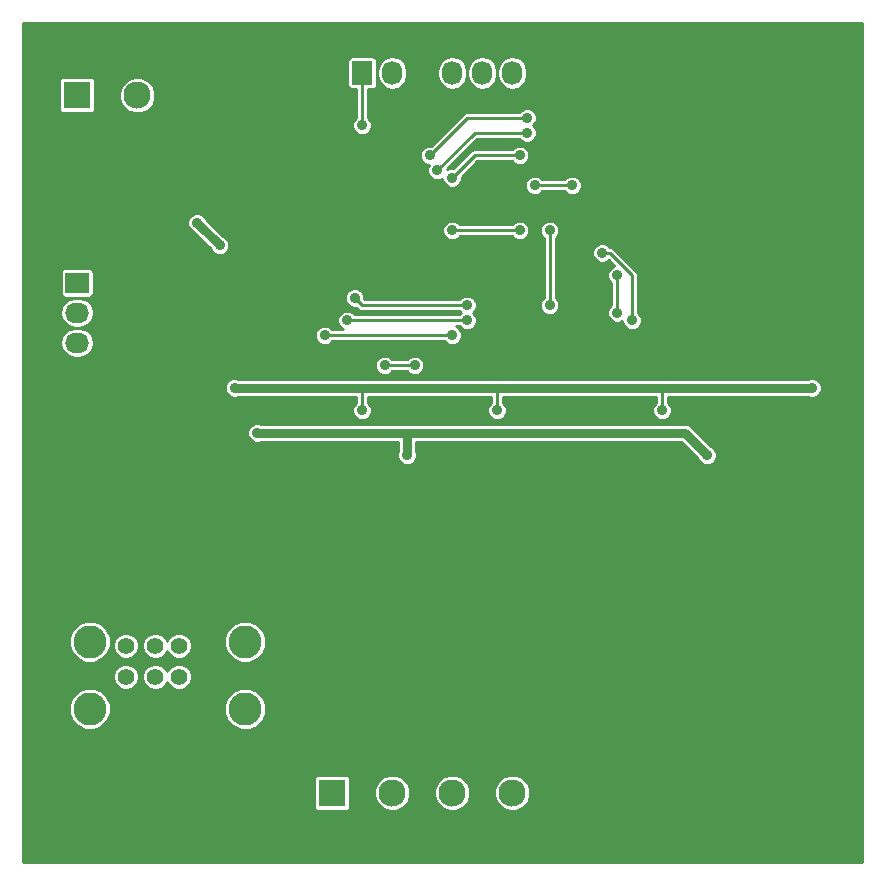
<source format=gbl>
G04 #@! TF.FileFunction,Copper,L2,Bot,Signal*
%FSLAX46Y46*%
G04 Gerber Fmt 4.6, Leading zero omitted, Abs format (unit mm)*
G04 Created by KiCad (PCBNEW (2015-01-16 BZR 5376)-product) date 11/18/2015 9:54:18 PM*
%MOMM*%
G01*
G04 APERTURE LIST*
%ADD10C,0.100000*%
%ADD11R,1.727200X2.032000*%
%ADD12O,1.727200X2.032000*%
%ADD13C,1.420000*%
%ADD14C,2.800000*%
%ADD15R,2.032000X1.727200*%
%ADD16O,2.032000X1.727200*%
%ADD17R,2.300000X2.300000*%
%ADD18C,2.300000*%
%ADD19C,0.889000*%
%ADD20C,0.762000*%
%ADD21C,0.254000*%
G04 APERTURE END LIST*
D10*
D11*
X29210000Y67310000D03*
D12*
X31750000Y67310000D03*
X34290000Y67310000D03*
X36830000Y67310000D03*
X39370000Y67310000D03*
X41910000Y67310000D03*
D13*
X9200000Y18805005D03*
X11700000Y18805005D03*
X13700000Y18805005D03*
X16200000Y18805005D03*
X9200000Y16185005D03*
X11700000Y16185005D03*
X13700000Y16185005D03*
X16200000Y16185005D03*
D14*
X19270000Y13475005D03*
X19270000Y19155005D03*
X6130000Y19155005D03*
X6130000Y13475005D03*
D15*
X5080000Y49530000D03*
D16*
X5080000Y46990000D03*
X5080000Y44450000D03*
D17*
X26670000Y6350000D03*
D18*
X29210000Y6350000D03*
X31750000Y6350000D03*
X34290000Y6350000D03*
X36830000Y6350000D03*
X39370000Y6350000D03*
X41910000Y6350000D03*
X44450000Y6350000D03*
D17*
X5080000Y65405000D03*
D18*
X7620000Y65405000D03*
X10160000Y65405000D03*
X12700000Y65405000D03*
D19*
X18415000Y40640000D03*
X54610000Y38735000D03*
X67310000Y40640000D03*
X40640000Y38735000D03*
X29210000Y38735000D03*
X46990000Y47625000D03*
X43180000Y47625000D03*
X15875000Y50165000D03*
X24765000Y50800000D03*
X69215000Y59690000D03*
X69215000Y57150000D03*
X15875000Y39370000D03*
X32385000Y52705000D03*
X29210000Y52705000D03*
X41910000Y50165000D03*
X38735000Y50165000D03*
X26670000Y58420000D03*
X63500000Y42545000D03*
X52070000Y42545000D03*
X38100000Y42545000D03*
X26670000Y42545000D03*
X50800000Y34290000D03*
X38100000Y34925000D03*
X25400000Y34290000D03*
X63500000Y34925000D03*
X8255000Y53340000D03*
X3175000Y53340000D03*
X28575000Y29845000D03*
X53975000Y29845000D03*
X34290000Y28575000D03*
X59690000Y28575000D03*
X58420000Y34925000D03*
X33020000Y34925000D03*
X15240000Y54610000D03*
X17145000Y52705000D03*
X20320000Y36830000D03*
X29210000Y62865000D03*
X34925000Y60325000D03*
X43180000Y63500000D03*
X35560000Y59055000D03*
X43180000Y62230000D03*
X42545000Y60325000D03*
X36830000Y58420000D03*
X38100000Y46355000D03*
X27940000Y46355000D03*
X38100000Y47625000D03*
X28575000Y48260000D03*
X36830000Y45085000D03*
X26035000Y45085000D03*
X31115000Y42545000D03*
X33655000Y42545000D03*
X36830000Y53975000D03*
X42545000Y53975000D03*
X45085000Y47625000D03*
X45085000Y53975000D03*
X49530000Y52070000D03*
X52070000Y46355000D03*
X43815000Y57785000D03*
X46990000Y57785000D03*
X50800000Y50165000D03*
X50800000Y46990000D03*
D20*
X40640000Y40640000D02*
X54610000Y40640000D01*
X29210000Y40640000D02*
X40640000Y40640000D01*
X18415000Y40640000D02*
X29210000Y40640000D01*
D21*
X54610000Y40640000D02*
X54610000Y38735000D01*
D20*
X54610000Y40640000D02*
X60960000Y40640000D01*
X60960000Y40640000D02*
X67310000Y40640000D01*
D21*
X40640000Y40640000D02*
X40640000Y38735000D01*
X29210000Y40640000D02*
X29210000Y38735000D01*
D20*
X33020000Y36830000D02*
X56515000Y36830000D01*
X56515000Y36830000D02*
X58420000Y34925000D01*
X33020000Y34925000D02*
X33020000Y36830000D01*
X17145000Y52705000D02*
X15240000Y54610000D01*
X20320000Y36830000D02*
X33020000Y36830000D01*
D21*
X29210000Y62865000D02*
X29210000Y67310000D01*
X34925000Y60325000D02*
X38100000Y63500000D01*
X38100000Y63500000D02*
X43180000Y63500000D01*
X35560000Y59055000D02*
X38735000Y62230000D01*
X38735000Y62230000D02*
X43180000Y62230000D01*
X38735000Y60325000D02*
X42545000Y60325000D01*
X36830000Y58420000D02*
X38735000Y60325000D01*
X38100000Y46355000D02*
X27940000Y46355000D01*
X38100000Y47625000D02*
X29210000Y47625000D01*
X29210000Y47625000D02*
X28575000Y48260000D01*
X36830000Y45085000D02*
X35560000Y45085000D01*
X35560000Y45085000D02*
X26035000Y45085000D01*
X31115000Y42545000D02*
X33655000Y42545000D01*
X36830000Y53975000D02*
X42545000Y53975000D01*
X45085000Y47625000D02*
X45085000Y53975000D01*
X50165000Y52070000D02*
X49530000Y52070000D01*
X52070000Y50165000D02*
X50165000Y52070000D01*
X52070000Y46355000D02*
X52070000Y50165000D01*
X46990000Y57785000D02*
X43815000Y57785000D01*
X50800000Y50165000D02*
X50800000Y46990000D01*
G36*
X71544000Y456000D02*
X68135643Y456000D01*
X68135643Y40803482D01*
X68010233Y41106998D01*
X67778219Y41339417D01*
X67474923Y41465357D01*
X67146518Y41465643D01*
X66992489Y41402000D01*
X60960000Y41402000D01*
X54610000Y41402000D01*
X52895643Y41402000D01*
X52895643Y46518482D01*
X52770233Y46821998D01*
X52578000Y47014566D01*
X52578000Y50165000D01*
X52539331Y50359403D01*
X52429210Y50524210D01*
X50524210Y52429210D01*
X50359403Y52539331D01*
X50195323Y52571969D01*
X49998219Y52769417D01*
X49694923Y52895357D01*
X49366518Y52895643D01*
X49063002Y52770233D01*
X48830583Y52538219D01*
X48704643Y52234923D01*
X48704357Y51906518D01*
X48829767Y51603002D01*
X49061781Y51370583D01*
X49365077Y51244643D01*
X49693482Y51244357D01*
X49996998Y51369767D01*
X50071970Y51444610D01*
X50558268Y50958312D01*
X50333002Y50865233D01*
X50100583Y50633219D01*
X49974643Y50329923D01*
X49974357Y50001518D01*
X50099767Y49698002D01*
X50292000Y49505433D01*
X50292000Y47649303D01*
X50100583Y47458219D01*
X49974643Y47154923D01*
X49974357Y46826518D01*
X50099767Y46523002D01*
X50331781Y46290583D01*
X50635077Y46164643D01*
X50963482Y46164357D01*
X51244434Y46280444D01*
X51244357Y46191518D01*
X51369767Y45888002D01*
X51601781Y45655583D01*
X51905077Y45529643D01*
X52233482Y45529357D01*
X52536998Y45654767D01*
X52769417Y45886781D01*
X52895357Y46190077D01*
X52895643Y46518482D01*
X52895643Y41402000D01*
X47815643Y41402000D01*
X47815643Y57948482D01*
X47690233Y58251998D01*
X47458219Y58484417D01*
X47154923Y58610357D01*
X46826518Y58610643D01*
X46523002Y58485233D01*
X46330433Y58293000D01*
X44474302Y58293000D01*
X44283219Y58484417D01*
X44005643Y58599677D01*
X44005643Y62393482D01*
X43880233Y62696998D01*
X43712434Y62865090D01*
X43879417Y63031781D01*
X44005357Y63335077D01*
X44005643Y63663482D01*
X43880233Y63966998D01*
X43648219Y64199417D01*
X43344923Y64325357D01*
X43154600Y64325522D01*
X43154600Y67130231D01*
X43154600Y67489769D01*
X43059860Y67966057D01*
X42790065Y68369834D01*
X42386288Y68639629D01*
X41910000Y68734369D01*
X41433712Y68639629D01*
X41029935Y68369834D01*
X40760140Y67966057D01*
X40665400Y67489769D01*
X40665400Y67130231D01*
X40760140Y66653943D01*
X41029935Y66250166D01*
X41433712Y65980371D01*
X41910000Y65885631D01*
X42386288Y65980371D01*
X42790065Y66250166D01*
X43059860Y66653943D01*
X43154600Y67130231D01*
X43154600Y64325522D01*
X43016518Y64325643D01*
X42713002Y64200233D01*
X42520433Y64008000D01*
X40614600Y64008000D01*
X40614600Y67130231D01*
X40614600Y67489769D01*
X40519860Y67966057D01*
X40250065Y68369834D01*
X39846288Y68639629D01*
X39370000Y68734369D01*
X38893712Y68639629D01*
X38489935Y68369834D01*
X38220140Y67966057D01*
X38125400Y67489769D01*
X38125400Y67130231D01*
X38220140Y66653943D01*
X38489935Y66250166D01*
X38893712Y65980371D01*
X39370000Y65885631D01*
X39846288Y65980371D01*
X40250065Y66250166D01*
X40519860Y66653943D01*
X40614600Y67130231D01*
X40614600Y64008000D01*
X38100000Y64008000D01*
X38074600Y64002947D01*
X38074600Y67130231D01*
X38074600Y67489769D01*
X37979860Y67966057D01*
X37710065Y68369834D01*
X37306288Y68639629D01*
X36830000Y68734369D01*
X36353712Y68639629D01*
X35949935Y68369834D01*
X35680140Y67966057D01*
X35585400Y67489769D01*
X35585400Y67130231D01*
X35680140Y66653943D01*
X35949935Y66250166D01*
X36353712Y65980371D01*
X36830000Y65885631D01*
X37306288Y65980371D01*
X37710065Y66250166D01*
X37979860Y66653943D01*
X38074600Y67130231D01*
X38074600Y64002947D01*
X37905597Y63969331D01*
X37740790Y63859210D01*
X35031987Y61150408D01*
X34761518Y61150643D01*
X34458002Y61025233D01*
X34225583Y60793219D01*
X34099643Y60489923D01*
X34099357Y60161518D01*
X34224767Y59858002D01*
X34456781Y59625583D01*
X34760077Y59499643D01*
X34850760Y59499565D01*
X34734643Y59219923D01*
X34734357Y58891518D01*
X34859767Y58588002D01*
X35091781Y58355583D01*
X35395077Y58229643D01*
X35723482Y58229357D01*
X36004434Y58345444D01*
X36004357Y58256518D01*
X36129767Y57953002D01*
X36361781Y57720583D01*
X36665077Y57594643D01*
X36993482Y57594357D01*
X37296998Y57719767D01*
X37529417Y57951781D01*
X37655357Y58255077D01*
X37655593Y58527174D01*
X38945420Y59817000D01*
X41885697Y59817000D01*
X42076781Y59625583D01*
X42380077Y59499643D01*
X42708482Y59499357D01*
X43011998Y59624767D01*
X43244417Y59856781D01*
X43370357Y60160077D01*
X43370643Y60488482D01*
X43245233Y60791998D01*
X43013219Y61024417D01*
X42709923Y61150357D01*
X42381518Y61150643D01*
X42078002Y61025233D01*
X41885433Y60833000D01*
X38735000Y60833000D01*
X38540597Y60794331D01*
X38375790Y60684210D01*
X36936987Y59245408D01*
X36666518Y59245643D01*
X36385565Y59129557D01*
X36385593Y59162174D01*
X38945420Y61722000D01*
X42520697Y61722000D01*
X42711781Y61530583D01*
X43015077Y61404643D01*
X43343482Y61404357D01*
X43646998Y61529767D01*
X43879417Y61761781D01*
X44005357Y62065077D01*
X44005643Y62393482D01*
X44005643Y58599677D01*
X43979923Y58610357D01*
X43651518Y58610643D01*
X43348002Y58485233D01*
X43115583Y58253219D01*
X42989643Y57949923D01*
X42989357Y57621518D01*
X43114767Y57318002D01*
X43346781Y57085583D01*
X43650077Y56959643D01*
X43978482Y56959357D01*
X44281998Y57084767D01*
X44474566Y57277000D01*
X46330697Y57277000D01*
X46521781Y57085583D01*
X46825077Y56959643D01*
X47153482Y56959357D01*
X47456998Y57084767D01*
X47689417Y57316781D01*
X47815357Y57620077D01*
X47815643Y57948482D01*
X47815643Y41402000D01*
X45910643Y41402000D01*
X45910643Y47788482D01*
X45785233Y48091998D01*
X45593000Y48284566D01*
X45593000Y53315698D01*
X45784417Y53506781D01*
X45910357Y53810077D01*
X45910643Y54138482D01*
X45785233Y54441998D01*
X45553219Y54674417D01*
X45249923Y54800357D01*
X44921518Y54800643D01*
X44618002Y54675233D01*
X44385583Y54443219D01*
X44259643Y54139923D01*
X44259357Y53811518D01*
X44384767Y53508002D01*
X44577000Y53315433D01*
X44577000Y48284303D01*
X44385583Y48093219D01*
X44259643Y47789923D01*
X44259357Y47461518D01*
X44384767Y47158002D01*
X44616781Y46925583D01*
X44920077Y46799643D01*
X45248482Y46799357D01*
X45551998Y46924767D01*
X45784417Y47156781D01*
X45910357Y47460077D01*
X45910643Y47788482D01*
X45910643Y41402000D01*
X43370643Y41402000D01*
X43370643Y54138482D01*
X43245233Y54441998D01*
X43013219Y54674417D01*
X42709923Y54800357D01*
X42381518Y54800643D01*
X42078002Y54675233D01*
X41885433Y54483000D01*
X37489302Y54483000D01*
X37298219Y54674417D01*
X36994923Y54800357D01*
X36666518Y54800643D01*
X36363002Y54675233D01*
X36130583Y54443219D01*
X36004643Y54139923D01*
X36004357Y53811518D01*
X36129767Y53508002D01*
X36361781Y53275583D01*
X36665077Y53149643D01*
X36993482Y53149357D01*
X37296998Y53274767D01*
X37489566Y53467000D01*
X41885697Y53467000D01*
X42076781Y53275583D01*
X42380077Y53149643D01*
X42708482Y53149357D01*
X43011998Y53274767D01*
X43244417Y53506781D01*
X43370357Y53810077D01*
X43370643Y54138482D01*
X43370643Y41402000D01*
X40640000Y41402000D01*
X38925643Y41402000D01*
X38925643Y46518482D01*
X38800233Y46821998D01*
X38632434Y46990090D01*
X38799417Y47156781D01*
X38925357Y47460077D01*
X38925643Y47788482D01*
X38800233Y48091998D01*
X38568219Y48324417D01*
X38264923Y48450357D01*
X37936518Y48450643D01*
X37633002Y48325233D01*
X37440433Y48133000D01*
X32994600Y48133000D01*
X32994600Y67130231D01*
X32994600Y67489769D01*
X32899860Y67966057D01*
X32630065Y68369834D01*
X32226288Y68639629D01*
X31750000Y68734369D01*
X31273712Y68639629D01*
X30869935Y68369834D01*
X30600140Y67966057D01*
X30505400Y67489769D01*
X30505400Y67130231D01*
X30600140Y66653943D01*
X30869935Y66250166D01*
X31273712Y65980371D01*
X31750000Y65885631D01*
X32226288Y65980371D01*
X32630065Y66250166D01*
X32899860Y66653943D01*
X32994600Y67130231D01*
X32994600Y48133000D01*
X30462064Y48133000D01*
X30462064Y66294000D01*
X30462064Y68326000D01*
X30433878Y68471274D01*
X30350004Y68598956D01*
X30223384Y68684426D01*
X30073600Y68714464D01*
X28346400Y68714464D01*
X28201126Y68686278D01*
X28073444Y68602404D01*
X27987974Y68475784D01*
X27957936Y68326000D01*
X27957936Y66294000D01*
X27986122Y66148726D01*
X28069996Y66021044D01*
X28196616Y65935574D01*
X28346400Y65905536D01*
X28702000Y65905536D01*
X28702000Y63524303D01*
X28510583Y63333219D01*
X28384643Y63029923D01*
X28384357Y62701518D01*
X28509767Y62398002D01*
X28741781Y62165583D01*
X29045077Y62039643D01*
X29373482Y62039357D01*
X29676998Y62164767D01*
X29909417Y62396781D01*
X30035357Y62700077D01*
X30035643Y63028482D01*
X29910233Y63331998D01*
X29718000Y63524566D01*
X29718000Y65905536D01*
X30073600Y65905536D01*
X30218874Y65933722D01*
X30346556Y66017596D01*
X30432026Y66144216D01*
X30462064Y66294000D01*
X30462064Y48133000D01*
X29420420Y48133000D01*
X29400407Y48153014D01*
X29400643Y48423482D01*
X29275233Y48726998D01*
X29043219Y48959417D01*
X28739923Y49085357D01*
X28411518Y49085643D01*
X28108002Y48960233D01*
X27875583Y48728219D01*
X27749643Y48424923D01*
X27749357Y48096518D01*
X27874767Y47793002D01*
X28106781Y47560583D01*
X28410077Y47434643D01*
X28682173Y47434407D01*
X28850790Y47265789D01*
X29015597Y47155669D01*
X29210000Y47117000D01*
X37440697Y47117000D01*
X37567565Y46989911D01*
X37440433Y46863000D01*
X28599302Y46863000D01*
X28408219Y47054417D01*
X28104923Y47180357D01*
X27776518Y47180643D01*
X27473002Y47055233D01*
X27240583Y46823219D01*
X27114643Y46519923D01*
X27114357Y46191518D01*
X27239767Y45888002D01*
X27471781Y45655583D01*
X27622497Y45593000D01*
X26694302Y45593000D01*
X26503219Y45784417D01*
X26199923Y45910357D01*
X25871518Y45910643D01*
X25568002Y45785233D01*
X25335583Y45553219D01*
X25209643Y45249923D01*
X25209357Y44921518D01*
X25334767Y44618002D01*
X25566781Y44385583D01*
X25870077Y44259643D01*
X26198482Y44259357D01*
X26501998Y44384767D01*
X26694566Y44577000D01*
X35560000Y44577000D01*
X36170697Y44577000D01*
X36361781Y44385583D01*
X36665077Y44259643D01*
X36993482Y44259357D01*
X37296998Y44384767D01*
X37529417Y44616781D01*
X37655357Y44920077D01*
X37655643Y45248482D01*
X37530233Y45551998D01*
X37298219Y45784417D01*
X37147502Y45847000D01*
X37440697Y45847000D01*
X37631781Y45655583D01*
X37935077Y45529643D01*
X38263482Y45529357D01*
X38566998Y45654767D01*
X38799417Y45886781D01*
X38925357Y46190077D01*
X38925643Y46518482D01*
X38925643Y41402000D01*
X34480643Y41402000D01*
X34480643Y42708482D01*
X34355233Y43011998D01*
X34123219Y43244417D01*
X33819923Y43370357D01*
X33491518Y43370643D01*
X33188002Y43245233D01*
X32995433Y43053000D01*
X31774302Y43053000D01*
X31583219Y43244417D01*
X31279923Y43370357D01*
X30951518Y43370643D01*
X30648002Y43245233D01*
X30415583Y43013219D01*
X30289643Y42709923D01*
X30289357Y42381518D01*
X30414767Y42078002D01*
X30646781Y41845583D01*
X30950077Y41719643D01*
X31278482Y41719357D01*
X31581998Y41844767D01*
X31774566Y42037000D01*
X32995697Y42037000D01*
X33186781Y41845583D01*
X33490077Y41719643D01*
X33818482Y41719357D01*
X34121998Y41844767D01*
X34354417Y42076781D01*
X34480357Y42380077D01*
X34480643Y42708482D01*
X34480643Y41402000D01*
X29210000Y41402000D01*
X18732502Y41402000D01*
X18579923Y41465357D01*
X18251518Y41465643D01*
X17970643Y41349588D01*
X17970643Y52868482D01*
X17845233Y53171998D01*
X17613219Y53404417D01*
X17459299Y53468331D01*
X16003323Y54924307D01*
X15940233Y55076998D01*
X15708219Y55309417D01*
X15404923Y55435357D01*
X15076518Y55435643D01*
X14773002Y55310233D01*
X14540583Y55078219D01*
X14414643Y54774923D01*
X14414357Y54446518D01*
X14539767Y54143002D01*
X14771781Y53910583D01*
X14925700Y53846670D01*
X16381676Y52390694D01*
X16444767Y52238002D01*
X16676781Y52005583D01*
X16980077Y51879643D01*
X17308482Y51879357D01*
X17611998Y52004767D01*
X17844417Y52236781D01*
X17970357Y52540077D01*
X17970643Y52868482D01*
X17970643Y41349588D01*
X17948002Y41340233D01*
X17715583Y41108219D01*
X17589643Y40804923D01*
X17589357Y40476518D01*
X17714767Y40173002D01*
X17946781Y39940583D01*
X18250077Y39814643D01*
X18578482Y39814357D01*
X18732510Y39878000D01*
X28702000Y39878000D01*
X28702000Y39394303D01*
X28510583Y39203219D01*
X28384643Y38899923D01*
X28384357Y38571518D01*
X28509767Y38268002D01*
X28741781Y38035583D01*
X29045077Y37909643D01*
X29373482Y37909357D01*
X29676998Y38034767D01*
X29909417Y38266781D01*
X30035357Y38570077D01*
X30035643Y38898482D01*
X29910233Y39201998D01*
X29718000Y39394566D01*
X29718000Y39878000D01*
X40132000Y39878000D01*
X40132000Y39394303D01*
X39940583Y39203219D01*
X39814643Y38899923D01*
X39814357Y38571518D01*
X39939767Y38268002D01*
X40171781Y38035583D01*
X40475077Y37909643D01*
X40803482Y37909357D01*
X41106998Y38034767D01*
X41339417Y38266781D01*
X41465357Y38570077D01*
X41465643Y38898482D01*
X41340233Y39201998D01*
X41148000Y39394566D01*
X41148000Y39878000D01*
X54102000Y39878000D01*
X54102000Y39394303D01*
X53910583Y39203219D01*
X53784643Y38899923D01*
X53784357Y38571518D01*
X53909767Y38268002D01*
X54141781Y38035583D01*
X54445077Y37909643D01*
X54773482Y37909357D01*
X55076998Y38034767D01*
X55309417Y38266781D01*
X55435357Y38570077D01*
X55435643Y38898482D01*
X55310233Y39201998D01*
X55118000Y39394566D01*
X55118000Y39878000D01*
X60960000Y39878000D01*
X66992497Y39878000D01*
X67145077Y39814643D01*
X67473482Y39814357D01*
X67776998Y39939767D01*
X68009417Y40171781D01*
X68135357Y40475077D01*
X68135643Y40803482D01*
X68135643Y456000D01*
X59245643Y456000D01*
X59245643Y35088482D01*
X59120233Y35391998D01*
X58888219Y35624417D01*
X58734299Y35688331D01*
X57053815Y37368815D01*
X56806605Y37533996D01*
X56515000Y37592000D01*
X33020000Y37592000D01*
X20637502Y37592000D01*
X20484923Y37655357D01*
X20156518Y37655643D01*
X19853002Y37530233D01*
X19620583Y37298219D01*
X19494643Y36994923D01*
X19494357Y36666518D01*
X19619767Y36363002D01*
X19851781Y36130583D01*
X20155077Y36004643D01*
X20483482Y36004357D01*
X20637510Y36068000D01*
X32258000Y36068000D01*
X32258000Y35242503D01*
X32194643Y35089923D01*
X32194357Y34761518D01*
X32319767Y34458002D01*
X32551781Y34225583D01*
X32855077Y34099643D01*
X33183482Y34099357D01*
X33486998Y34224767D01*
X33719417Y34456781D01*
X33845357Y34760077D01*
X33845643Y35088482D01*
X33782000Y35242510D01*
X33782000Y36068000D01*
X56199370Y36068000D01*
X57656676Y34610694D01*
X57719767Y34458002D01*
X57951781Y34225583D01*
X58255077Y34099643D01*
X58583482Y34099357D01*
X58886998Y34224767D01*
X59119417Y34456781D01*
X59245357Y34760077D01*
X59245643Y35088482D01*
X59245643Y456000D01*
X43441265Y456000D01*
X43441265Y6653199D01*
X43208675Y7216109D01*
X42778374Y7647162D01*
X42215871Y7880734D01*
X41606801Y7881265D01*
X41043891Y7648675D01*
X40612838Y7218374D01*
X40379266Y6655871D01*
X40378735Y6046801D01*
X40611325Y5483891D01*
X41041626Y5052838D01*
X41604129Y4819266D01*
X42213199Y4818735D01*
X42776109Y5051325D01*
X43207162Y5481626D01*
X43440734Y6044129D01*
X43441265Y6653199D01*
X43441265Y456000D01*
X38361265Y456000D01*
X38361265Y6653199D01*
X38128675Y7216109D01*
X37698374Y7647162D01*
X37135871Y7880734D01*
X36526801Y7881265D01*
X35963891Y7648675D01*
X35532838Y7218374D01*
X35299266Y6655871D01*
X35298735Y6046801D01*
X35531325Y5483891D01*
X35961626Y5052838D01*
X36524129Y4819266D01*
X37133199Y4818735D01*
X37696109Y5051325D01*
X38127162Y5481626D01*
X38360734Y6044129D01*
X38361265Y6653199D01*
X38361265Y456000D01*
X33281265Y456000D01*
X33281265Y6653199D01*
X33048675Y7216109D01*
X32618374Y7647162D01*
X32055871Y7880734D01*
X31446801Y7881265D01*
X30883891Y7648675D01*
X30452838Y7218374D01*
X30219266Y6655871D01*
X30218735Y6046801D01*
X30451325Y5483891D01*
X30881626Y5052838D01*
X31444129Y4819266D01*
X32053199Y4818735D01*
X32616109Y5051325D01*
X33047162Y5481626D01*
X33280734Y6044129D01*
X33281265Y6653199D01*
X33281265Y456000D01*
X28208464Y456000D01*
X28208464Y5200000D01*
X28208464Y7500000D01*
X28180278Y7645274D01*
X28096404Y7772956D01*
X27969784Y7858426D01*
X27820000Y7888464D01*
X25520000Y7888464D01*
X25374726Y7860278D01*
X25247044Y7776404D01*
X25161574Y7649784D01*
X25131536Y7500000D01*
X25131536Y5200000D01*
X25159722Y5054726D01*
X25243596Y4927044D01*
X25370216Y4841574D01*
X25520000Y4811536D01*
X27820000Y4811536D01*
X27965274Y4839722D01*
X28092956Y4923596D01*
X28178426Y5050216D01*
X28208464Y5200000D01*
X28208464Y456000D01*
X21051309Y456000D01*
X21051309Y13827714D01*
X21051309Y19507714D01*
X20780739Y20162543D01*
X20280173Y20663983D01*
X19625817Y20935695D01*
X18917291Y20936314D01*
X18262462Y20665744D01*
X17761022Y20165178D01*
X17489310Y19510822D01*
X17488691Y18802296D01*
X17759261Y18147467D01*
X18259827Y17646027D01*
X18914183Y17374315D01*
X19622709Y17373696D01*
X20277538Y17644266D01*
X20778978Y18144832D01*
X21050690Y18799188D01*
X21051309Y19507714D01*
X21051309Y13827714D01*
X20780739Y14482543D01*
X20280173Y14983983D01*
X19625817Y15255695D01*
X18917291Y15256314D01*
X18262462Y14985744D01*
X17761022Y14485178D01*
X17489310Y13830822D01*
X17488691Y13122296D01*
X17759261Y12467467D01*
X18259827Y11966027D01*
X18914183Y11694315D01*
X19622709Y11693696D01*
X20277538Y11964266D01*
X20778978Y12464832D01*
X21050690Y13119188D01*
X21051309Y13827714D01*
X21051309Y456000D01*
X14791189Y456000D01*
X14791189Y16401066D01*
X14791189Y19021066D01*
X14625444Y19422200D01*
X14318809Y19729371D01*
X13917965Y19895815D01*
X13483939Y19896194D01*
X13082805Y19730449D01*
X12775634Y19423814D01*
X12700019Y19241714D01*
X12625444Y19422200D01*
X12318809Y19729371D01*
X11917965Y19895815D01*
X11691265Y19896012D01*
X11691265Y65708199D01*
X11458675Y66271109D01*
X11028374Y66702162D01*
X10465871Y66935734D01*
X9856801Y66936265D01*
X9293891Y66703675D01*
X8862838Y66273374D01*
X8629266Y65710871D01*
X8628735Y65101801D01*
X8861325Y64538891D01*
X9291626Y64107838D01*
X9854129Y63874266D01*
X10463199Y63873735D01*
X11026109Y64106325D01*
X11457162Y64536626D01*
X11690734Y65099129D01*
X11691265Y65708199D01*
X11691265Y19896012D01*
X11483939Y19896194D01*
X11082805Y19730449D01*
X10775634Y19423814D01*
X10609190Y19022970D01*
X10608811Y18588944D01*
X10774556Y18187810D01*
X11081191Y17880639D01*
X11482035Y17714195D01*
X11916061Y17713816D01*
X12317195Y17879561D01*
X12624366Y18186196D01*
X12699980Y18368297D01*
X12774556Y18187810D01*
X13081191Y17880639D01*
X13482035Y17714195D01*
X13916061Y17713816D01*
X14317195Y17879561D01*
X14624366Y18186196D01*
X14790810Y18587040D01*
X14791189Y19021066D01*
X14791189Y16401066D01*
X14625444Y16802200D01*
X14318809Y17109371D01*
X13917965Y17275815D01*
X13483939Y17276194D01*
X13082805Y17110449D01*
X12775634Y16803814D01*
X12700019Y16621714D01*
X12625444Y16802200D01*
X12318809Y17109371D01*
X11917965Y17275815D01*
X11483939Y17276194D01*
X11082805Y17110449D01*
X10775634Y16803814D01*
X10609190Y16402970D01*
X10608811Y15968944D01*
X10774556Y15567810D01*
X11081191Y15260639D01*
X11482035Y15094195D01*
X11916061Y15093816D01*
X12317195Y15259561D01*
X12624366Y15566196D01*
X12699980Y15748297D01*
X12774556Y15567810D01*
X13081191Y15260639D01*
X13482035Y15094195D01*
X13916061Y15093816D01*
X14317195Y15259561D01*
X14624366Y15566196D01*
X14790810Y15967040D01*
X14791189Y16401066D01*
X14791189Y456000D01*
X10291189Y456000D01*
X10291189Y16401066D01*
X10291189Y19021066D01*
X10125444Y19422200D01*
X9818809Y19729371D01*
X9417965Y19895815D01*
X8983939Y19896194D01*
X8582805Y19730449D01*
X8275634Y19423814D01*
X8109190Y19022970D01*
X8108811Y18588944D01*
X8274556Y18187810D01*
X8581191Y17880639D01*
X8982035Y17714195D01*
X9416061Y17713816D01*
X9817195Y17879561D01*
X10124366Y18186196D01*
X10290810Y18587040D01*
X10291189Y19021066D01*
X10291189Y16401066D01*
X10125444Y16802200D01*
X9818809Y17109371D01*
X9417965Y17275815D01*
X8983939Y17276194D01*
X8582805Y17110449D01*
X8275634Y16803814D01*
X8109190Y16402970D01*
X8108811Y15968944D01*
X8274556Y15567810D01*
X8581191Y15260639D01*
X8982035Y15094195D01*
X9416061Y15093816D01*
X9817195Y15259561D01*
X10124366Y15566196D01*
X10290810Y15967040D01*
X10291189Y16401066D01*
X10291189Y456000D01*
X7911309Y456000D01*
X7911309Y13827714D01*
X7911309Y19507714D01*
X7640739Y20162543D01*
X7140173Y20663983D01*
X6618464Y20880615D01*
X6618464Y64255000D01*
X6618464Y66555000D01*
X6590278Y66700274D01*
X6506404Y66827956D01*
X6379784Y66913426D01*
X6230000Y66943464D01*
X3930000Y66943464D01*
X3784726Y66915278D01*
X3657044Y66831404D01*
X3571574Y66704784D01*
X3541536Y66555000D01*
X3541536Y64255000D01*
X3569722Y64109726D01*
X3653596Y63982044D01*
X3780216Y63896574D01*
X3930000Y63866536D01*
X6230000Y63866536D01*
X6375274Y63894722D01*
X6502956Y63978596D01*
X6588426Y64105216D01*
X6618464Y64255000D01*
X6618464Y20880615D01*
X6504369Y20927991D01*
X6504369Y44450000D01*
X6504369Y46990000D01*
X6484464Y47090068D01*
X6484464Y48666400D01*
X6484464Y50393600D01*
X6456278Y50538874D01*
X6372404Y50666556D01*
X6245784Y50752026D01*
X6096000Y50782064D01*
X4064000Y50782064D01*
X3918726Y50753878D01*
X3791044Y50670004D01*
X3705574Y50543384D01*
X3675536Y50393600D01*
X3675536Y48666400D01*
X3703722Y48521126D01*
X3787596Y48393444D01*
X3914216Y48307974D01*
X4064000Y48277936D01*
X6096000Y48277936D01*
X6241274Y48306122D01*
X6368956Y48389996D01*
X6454426Y48516616D01*
X6484464Y48666400D01*
X6484464Y47090068D01*
X6409629Y47466288D01*
X6139834Y47870065D01*
X5736057Y48139860D01*
X5259769Y48234600D01*
X4900231Y48234600D01*
X4423943Y48139860D01*
X4020166Y47870065D01*
X3750371Y47466288D01*
X3655631Y46990000D01*
X3750371Y46513712D01*
X4020166Y46109935D01*
X4423943Y45840140D01*
X4900231Y45745400D01*
X5259769Y45745400D01*
X5736057Y45840140D01*
X6139834Y46109935D01*
X6409629Y46513712D01*
X6504369Y46990000D01*
X6504369Y44450000D01*
X6409629Y44926288D01*
X6139834Y45330065D01*
X5736057Y45599860D01*
X5259769Y45694600D01*
X4900231Y45694600D01*
X4423943Y45599860D01*
X4020166Y45330065D01*
X3750371Y44926288D01*
X3655631Y44450000D01*
X3750371Y43973712D01*
X4020166Y43569935D01*
X4423943Y43300140D01*
X4900231Y43205400D01*
X5259769Y43205400D01*
X5736057Y43300140D01*
X6139834Y43569935D01*
X6409629Y43973712D01*
X6504369Y44450000D01*
X6504369Y20927991D01*
X6485817Y20935695D01*
X5777291Y20936314D01*
X5122462Y20665744D01*
X4621022Y20165178D01*
X4349310Y19510822D01*
X4348691Y18802296D01*
X4619261Y18147467D01*
X5119827Y17646027D01*
X5774183Y17374315D01*
X6482709Y17373696D01*
X7137538Y17644266D01*
X7638978Y18144832D01*
X7910690Y18799188D01*
X7911309Y19507714D01*
X7911309Y13827714D01*
X7640739Y14482543D01*
X7140173Y14983983D01*
X6485817Y15255695D01*
X5777291Y15256314D01*
X5122462Y14985744D01*
X4621022Y14485178D01*
X4349310Y13830822D01*
X4348691Y13122296D01*
X4619261Y12467467D01*
X5119827Y11966027D01*
X5774183Y11694315D01*
X6482709Y11693696D01*
X7137538Y11964266D01*
X7638978Y12464832D01*
X7910690Y13119188D01*
X7911309Y13827714D01*
X7911309Y456000D01*
X456000Y456000D01*
X456000Y71544000D01*
X71544000Y71544000D01*
X71544000Y456000D01*
X71544000Y456000D01*
G37*
X71544000Y456000D02*
X68135643Y456000D01*
X68135643Y40803482D01*
X68010233Y41106998D01*
X67778219Y41339417D01*
X67474923Y41465357D01*
X67146518Y41465643D01*
X66992489Y41402000D01*
X60960000Y41402000D01*
X54610000Y41402000D01*
X52895643Y41402000D01*
X52895643Y46518482D01*
X52770233Y46821998D01*
X52578000Y47014566D01*
X52578000Y50165000D01*
X52539331Y50359403D01*
X52429210Y50524210D01*
X50524210Y52429210D01*
X50359403Y52539331D01*
X50195323Y52571969D01*
X49998219Y52769417D01*
X49694923Y52895357D01*
X49366518Y52895643D01*
X49063002Y52770233D01*
X48830583Y52538219D01*
X48704643Y52234923D01*
X48704357Y51906518D01*
X48829767Y51603002D01*
X49061781Y51370583D01*
X49365077Y51244643D01*
X49693482Y51244357D01*
X49996998Y51369767D01*
X50071970Y51444610D01*
X50558268Y50958312D01*
X50333002Y50865233D01*
X50100583Y50633219D01*
X49974643Y50329923D01*
X49974357Y50001518D01*
X50099767Y49698002D01*
X50292000Y49505433D01*
X50292000Y47649303D01*
X50100583Y47458219D01*
X49974643Y47154923D01*
X49974357Y46826518D01*
X50099767Y46523002D01*
X50331781Y46290583D01*
X50635077Y46164643D01*
X50963482Y46164357D01*
X51244434Y46280444D01*
X51244357Y46191518D01*
X51369767Y45888002D01*
X51601781Y45655583D01*
X51905077Y45529643D01*
X52233482Y45529357D01*
X52536998Y45654767D01*
X52769417Y45886781D01*
X52895357Y46190077D01*
X52895643Y46518482D01*
X52895643Y41402000D01*
X47815643Y41402000D01*
X47815643Y57948482D01*
X47690233Y58251998D01*
X47458219Y58484417D01*
X47154923Y58610357D01*
X46826518Y58610643D01*
X46523002Y58485233D01*
X46330433Y58293000D01*
X44474302Y58293000D01*
X44283219Y58484417D01*
X44005643Y58599677D01*
X44005643Y62393482D01*
X43880233Y62696998D01*
X43712434Y62865090D01*
X43879417Y63031781D01*
X44005357Y63335077D01*
X44005643Y63663482D01*
X43880233Y63966998D01*
X43648219Y64199417D01*
X43344923Y64325357D01*
X43154600Y64325522D01*
X43154600Y67130231D01*
X43154600Y67489769D01*
X43059860Y67966057D01*
X42790065Y68369834D01*
X42386288Y68639629D01*
X41910000Y68734369D01*
X41433712Y68639629D01*
X41029935Y68369834D01*
X40760140Y67966057D01*
X40665400Y67489769D01*
X40665400Y67130231D01*
X40760140Y66653943D01*
X41029935Y66250166D01*
X41433712Y65980371D01*
X41910000Y65885631D01*
X42386288Y65980371D01*
X42790065Y66250166D01*
X43059860Y66653943D01*
X43154600Y67130231D01*
X43154600Y64325522D01*
X43016518Y64325643D01*
X42713002Y64200233D01*
X42520433Y64008000D01*
X40614600Y64008000D01*
X40614600Y67130231D01*
X40614600Y67489769D01*
X40519860Y67966057D01*
X40250065Y68369834D01*
X39846288Y68639629D01*
X39370000Y68734369D01*
X38893712Y68639629D01*
X38489935Y68369834D01*
X38220140Y67966057D01*
X38125400Y67489769D01*
X38125400Y67130231D01*
X38220140Y66653943D01*
X38489935Y66250166D01*
X38893712Y65980371D01*
X39370000Y65885631D01*
X39846288Y65980371D01*
X40250065Y66250166D01*
X40519860Y66653943D01*
X40614600Y67130231D01*
X40614600Y64008000D01*
X38100000Y64008000D01*
X38074600Y64002947D01*
X38074600Y67130231D01*
X38074600Y67489769D01*
X37979860Y67966057D01*
X37710065Y68369834D01*
X37306288Y68639629D01*
X36830000Y68734369D01*
X36353712Y68639629D01*
X35949935Y68369834D01*
X35680140Y67966057D01*
X35585400Y67489769D01*
X35585400Y67130231D01*
X35680140Y66653943D01*
X35949935Y66250166D01*
X36353712Y65980371D01*
X36830000Y65885631D01*
X37306288Y65980371D01*
X37710065Y66250166D01*
X37979860Y66653943D01*
X38074600Y67130231D01*
X38074600Y64002947D01*
X37905597Y63969331D01*
X37740790Y63859210D01*
X35031987Y61150408D01*
X34761518Y61150643D01*
X34458002Y61025233D01*
X34225583Y60793219D01*
X34099643Y60489923D01*
X34099357Y60161518D01*
X34224767Y59858002D01*
X34456781Y59625583D01*
X34760077Y59499643D01*
X34850760Y59499565D01*
X34734643Y59219923D01*
X34734357Y58891518D01*
X34859767Y58588002D01*
X35091781Y58355583D01*
X35395077Y58229643D01*
X35723482Y58229357D01*
X36004434Y58345444D01*
X36004357Y58256518D01*
X36129767Y57953002D01*
X36361781Y57720583D01*
X36665077Y57594643D01*
X36993482Y57594357D01*
X37296998Y57719767D01*
X37529417Y57951781D01*
X37655357Y58255077D01*
X37655593Y58527174D01*
X38945420Y59817000D01*
X41885697Y59817000D01*
X42076781Y59625583D01*
X42380077Y59499643D01*
X42708482Y59499357D01*
X43011998Y59624767D01*
X43244417Y59856781D01*
X43370357Y60160077D01*
X43370643Y60488482D01*
X43245233Y60791998D01*
X43013219Y61024417D01*
X42709923Y61150357D01*
X42381518Y61150643D01*
X42078002Y61025233D01*
X41885433Y60833000D01*
X38735000Y60833000D01*
X38540597Y60794331D01*
X38375790Y60684210D01*
X36936987Y59245408D01*
X36666518Y59245643D01*
X36385565Y59129557D01*
X36385593Y59162174D01*
X38945420Y61722000D01*
X42520697Y61722000D01*
X42711781Y61530583D01*
X43015077Y61404643D01*
X43343482Y61404357D01*
X43646998Y61529767D01*
X43879417Y61761781D01*
X44005357Y62065077D01*
X44005643Y62393482D01*
X44005643Y58599677D01*
X43979923Y58610357D01*
X43651518Y58610643D01*
X43348002Y58485233D01*
X43115583Y58253219D01*
X42989643Y57949923D01*
X42989357Y57621518D01*
X43114767Y57318002D01*
X43346781Y57085583D01*
X43650077Y56959643D01*
X43978482Y56959357D01*
X44281998Y57084767D01*
X44474566Y57277000D01*
X46330697Y57277000D01*
X46521781Y57085583D01*
X46825077Y56959643D01*
X47153482Y56959357D01*
X47456998Y57084767D01*
X47689417Y57316781D01*
X47815357Y57620077D01*
X47815643Y57948482D01*
X47815643Y41402000D01*
X45910643Y41402000D01*
X45910643Y47788482D01*
X45785233Y48091998D01*
X45593000Y48284566D01*
X45593000Y53315698D01*
X45784417Y53506781D01*
X45910357Y53810077D01*
X45910643Y54138482D01*
X45785233Y54441998D01*
X45553219Y54674417D01*
X45249923Y54800357D01*
X44921518Y54800643D01*
X44618002Y54675233D01*
X44385583Y54443219D01*
X44259643Y54139923D01*
X44259357Y53811518D01*
X44384767Y53508002D01*
X44577000Y53315433D01*
X44577000Y48284303D01*
X44385583Y48093219D01*
X44259643Y47789923D01*
X44259357Y47461518D01*
X44384767Y47158002D01*
X44616781Y46925583D01*
X44920077Y46799643D01*
X45248482Y46799357D01*
X45551998Y46924767D01*
X45784417Y47156781D01*
X45910357Y47460077D01*
X45910643Y47788482D01*
X45910643Y41402000D01*
X43370643Y41402000D01*
X43370643Y54138482D01*
X43245233Y54441998D01*
X43013219Y54674417D01*
X42709923Y54800357D01*
X42381518Y54800643D01*
X42078002Y54675233D01*
X41885433Y54483000D01*
X37489302Y54483000D01*
X37298219Y54674417D01*
X36994923Y54800357D01*
X36666518Y54800643D01*
X36363002Y54675233D01*
X36130583Y54443219D01*
X36004643Y54139923D01*
X36004357Y53811518D01*
X36129767Y53508002D01*
X36361781Y53275583D01*
X36665077Y53149643D01*
X36993482Y53149357D01*
X37296998Y53274767D01*
X37489566Y53467000D01*
X41885697Y53467000D01*
X42076781Y53275583D01*
X42380077Y53149643D01*
X42708482Y53149357D01*
X43011998Y53274767D01*
X43244417Y53506781D01*
X43370357Y53810077D01*
X43370643Y54138482D01*
X43370643Y41402000D01*
X40640000Y41402000D01*
X38925643Y41402000D01*
X38925643Y46518482D01*
X38800233Y46821998D01*
X38632434Y46990090D01*
X38799417Y47156781D01*
X38925357Y47460077D01*
X38925643Y47788482D01*
X38800233Y48091998D01*
X38568219Y48324417D01*
X38264923Y48450357D01*
X37936518Y48450643D01*
X37633002Y48325233D01*
X37440433Y48133000D01*
X32994600Y48133000D01*
X32994600Y67130231D01*
X32994600Y67489769D01*
X32899860Y67966057D01*
X32630065Y68369834D01*
X32226288Y68639629D01*
X31750000Y68734369D01*
X31273712Y68639629D01*
X30869935Y68369834D01*
X30600140Y67966057D01*
X30505400Y67489769D01*
X30505400Y67130231D01*
X30600140Y66653943D01*
X30869935Y66250166D01*
X31273712Y65980371D01*
X31750000Y65885631D01*
X32226288Y65980371D01*
X32630065Y66250166D01*
X32899860Y66653943D01*
X32994600Y67130231D01*
X32994600Y48133000D01*
X30462064Y48133000D01*
X30462064Y66294000D01*
X30462064Y68326000D01*
X30433878Y68471274D01*
X30350004Y68598956D01*
X30223384Y68684426D01*
X30073600Y68714464D01*
X28346400Y68714464D01*
X28201126Y68686278D01*
X28073444Y68602404D01*
X27987974Y68475784D01*
X27957936Y68326000D01*
X27957936Y66294000D01*
X27986122Y66148726D01*
X28069996Y66021044D01*
X28196616Y65935574D01*
X28346400Y65905536D01*
X28702000Y65905536D01*
X28702000Y63524303D01*
X28510583Y63333219D01*
X28384643Y63029923D01*
X28384357Y62701518D01*
X28509767Y62398002D01*
X28741781Y62165583D01*
X29045077Y62039643D01*
X29373482Y62039357D01*
X29676998Y62164767D01*
X29909417Y62396781D01*
X30035357Y62700077D01*
X30035643Y63028482D01*
X29910233Y63331998D01*
X29718000Y63524566D01*
X29718000Y65905536D01*
X30073600Y65905536D01*
X30218874Y65933722D01*
X30346556Y66017596D01*
X30432026Y66144216D01*
X30462064Y66294000D01*
X30462064Y48133000D01*
X29420420Y48133000D01*
X29400407Y48153014D01*
X29400643Y48423482D01*
X29275233Y48726998D01*
X29043219Y48959417D01*
X28739923Y49085357D01*
X28411518Y49085643D01*
X28108002Y48960233D01*
X27875583Y48728219D01*
X27749643Y48424923D01*
X27749357Y48096518D01*
X27874767Y47793002D01*
X28106781Y47560583D01*
X28410077Y47434643D01*
X28682173Y47434407D01*
X28850790Y47265789D01*
X29015597Y47155669D01*
X29210000Y47117000D01*
X37440697Y47117000D01*
X37567565Y46989911D01*
X37440433Y46863000D01*
X28599302Y46863000D01*
X28408219Y47054417D01*
X28104923Y47180357D01*
X27776518Y47180643D01*
X27473002Y47055233D01*
X27240583Y46823219D01*
X27114643Y46519923D01*
X27114357Y46191518D01*
X27239767Y45888002D01*
X27471781Y45655583D01*
X27622497Y45593000D01*
X26694302Y45593000D01*
X26503219Y45784417D01*
X26199923Y45910357D01*
X25871518Y45910643D01*
X25568002Y45785233D01*
X25335583Y45553219D01*
X25209643Y45249923D01*
X25209357Y44921518D01*
X25334767Y44618002D01*
X25566781Y44385583D01*
X25870077Y44259643D01*
X26198482Y44259357D01*
X26501998Y44384767D01*
X26694566Y44577000D01*
X35560000Y44577000D01*
X36170697Y44577000D01*
X36361781Y44385583D01*
X36665077Y44259643D01*
X36993482Y44259357D01*
X37296998Y44384767D01*
X37529417Y44616781D01*
X37655357Y44920077D01*
X37655643Y45248482D01*
X37530233Y45551998D01*
X37298219Y45784417D01*
X37147502Y45847000D01*
X37440697Y45847000D01*
X37631781Y45655583D01*
X37935077Y45529643D01*
X38263482Y45529357D01*
X38566998Y45654767D01*
X38799417Y45886781D01*
X38925357Y46190077D01*
X38925643Y46518482D01*
X38925643Y41402000D01*
X34480643Y41402000D01*
X34480643Y42708482D01*
X34355233Y43011998D01*
X34123219Y43244417D01*
X33819923Y43370357D01*
X33491518Y43370643D01*
X33188002Y43245233D01*
X32995433Y43053000D01*
X31774302Y43053000D01*
X31583219Y43244417D01*
X31279923Y43370357D01*
X30951518Y43370643D01*
X30648002Y43245233D01*
X30415583Y43013219D01*
X30289643Y42709923D01*
X30289357Y42381518D01*
X30414767Y42078002D01*
X30646781Y41845583D01*
X30950077Y41719643D01*
X31278482Y41719357D01*
X31581998Y41844767D01*
X31774566Y42037000D01*
X32995697Y42037000D01*
X33186781Y41845583D01*
X33490077Y41719643D01*
X33818482Y41719357D01*
X34121998Y41844767D01*
X34354417Y42076781D01*
X34480357Y42380077D01*
X34480643Y42708482D01*
X34480643Y41402000D01*
X29210000Y41402000D01*
X18732502Y41402000D01*
X18579923Y41465357D01*
X18251518Y41465643D01*
X17970643Y41349588D01*
X17970643Y52868482D01*
X17845233Y53171998D01*
X17613219Y53404417D01*
X17459299Y53468331D01*
X16003323Y54924307D01*
X15940233Y55076998D01*
X15708219Y55309417D01*
X15404923Y55435357D01*
X15076518Y55435643D01*
X14773002Y55310233D01*
X14540583Y55078219D01*
X14414643Y54774923D01*
X14414357Y54446518D01*
X14539767Y54143002D01*
X14771781Y53910583D01*
X14925700Y53846670D01*
X16381676Y52390694D01*
X16444767Y52238002D01*
X16676781Y52005583D01*
X16980077Y51879643D01*
X17308482Y51879357D01*
X17611998Y52004767D01*
X17844417Y52236781D01*
X17970357Y52540077D01*
X17970643Y52868482D01*
X17970643Y41349588D01*
X17948002Y41340233D01*
X17715583Y41108219D01*
X17589643Y40804923D01*
X17589357Y40476518D01*
X17714767Y40173002D01*
X17946781Y39940583D01*
X18250077Y39814643D01*
X18578482Y39814357D01*
X18732510Y39878000D01*
X28702000Y39878000D01*
X28702000Y39394303D01*
X28510583Y39203219D01*
X28384643Y38899923D01*
X28384357Y38571518D01*
X28509767Y38268002D01*
X28741781Y38035583D01*
X29045077Y37909643D01*
X29373482Y37909357D01*
X29676998Y38034767D01*
X29909417Y38266781D01*
X30035357Y38570077D01*
X30035643Y38898482D01*
X29910233Y39201998D01*
X29718000Y39394566D01*
X29718000Y39878000D01*
X40132000Y39878000D01*
X40132000Y39394303D01*
X39940583Y39203219D01*
X39814643Y38899923D01*
X39814357Y38571518D01*
X39939767Y38268002D01*
X40171781Y38035583D01*
X40475077Y37909643D01*
X40803482Y37909357D01*
X41106998Y38034767D01*
X41339417Y38266781D01*
X41465357Y38570077D01*
X41465643Y38898482D01*
X41340233Y39201998D01*
X41148000Y39394566D01*
X41148000Y39878000D01*
X54102000Y39878000D01*
X54102000Y39394303D01*
X53910583Y39203219D01*
X53784643Y38899923D01*
X53784357Y38571518D01*
X53909767Y38268002D01*
X54141781Y38035583D01*
X54445077Y37909643D01*
X54773482Y37909357D01*
X55076998Y38034767D01*
X55309417Y38266781D01*
X55435357Y38570077D01*
X55435643Y38898482D01*
X55310233Y39201998D01*
X55118000Y39394566D01*
X55118000Y39878000D01*
X60960000Y39878000D01*
X66992497Y39878000D01*
X67145077Y39814643D01*
X67473482Y39814357D01*
X67776998Y39939767D01*
X68009417Y40171781D01*
X68135357Y40475077D01*
X68135643Y40803482D01*
X68135643Y456000D01*
X59245643Y456000D01*
X59245643Y35088482D01*
X59120233Y35391998D01*
X58888219Y35624417D01*
X58734299Y35688331D01*
X57053815Y37368815D01*
X56806605Y37533996D01*
X56515000Y37592000D01*
X33020000Y37592000D01*
X20637502Y37592000D01*
X20484923Y37655357D01*
X20156518Y37655643D01*
X19853002Y37530233D01*
X19620583Y37298219D01*
X19494643Y36994923D01*
X19494357Y36666518D01*
X19619767Y36363002D01*
X19851781Y36130583D01*
X20155077Y36004643D01*
X20483482Y36004357D01*
X20637510Y36068000D01*
X32258000Y36068000D01*
X32258000Y35242503D01*
X32194643Y35089923D01*
X32194357Y34761518D01*
X32319767Y34458002D01*
X32551781Y34225583D01*
X32855077Y34099643D01*
X33183482Y34099357D01*
X33486998Y34224767D01*
X33719417Y34456781D01*
X33845357Y34760077D01*
X33845643Y35088482D01*
X33782000Y35242510D01*
X33782000Y36068000D01*
X56199370Y36068000D01*
X57656676Y34610694D01*
X57719767Y34458002D01*
X57951781Y34225583D01*
X58255077Y34099643D01*
X58583482Y34099357D01*
X58886998Y34224767D01*
X59119417Y34456781D01*
X59245357Y34760077D01*
X59245643Y35088482D01*
X59245643Y456000D01*
X43441265Y456000D01*
X43441265Y6653199D01*
X43208675Y7216109D01*
X42778374Y7647162D01*
X42215871Y7880734D01*
X41606801Y7881265D01*
X41043891Y7648675D01*
X40612838Y7218374D01*
X40379266Y6655871D01*
X40378735Y6046801D01*
X40611325Y5483891D01*
X41041626Y5052838D01*
X41604129Y4819266D01*
X42213199Y4818735D01*
X42776109Y5051325D01*
X43207162Y5481626D01*
X43440734Y6044129D01*
X43441265Y6653199D01*
X43441265Y456000D01*
X38361265Y456000D01*
X38361265Y6653199D01*
X38128675Y7216109D01*
X37698374Y7647162D01*
X37135871Y7880734D01*
X36526801Y7881265D01*
X35963891Y7648675D01*
X35532838Y7218374D01*
X35299266Y6655871D01*
X35298735Y6046801D01*
X35531325Y5483891D01*
X35961626Y5052838D01*
X36524129Y4819266D01*
X37133199Y4818735D01*
X37696109Y5051325D01*
X38127162Y5481626D01*
X38360734Y6044129D01*
X38361265Y6653199D01*
X38361265Y456000D01*
X33281265Y456000D01*
X33281265Y6653199D01*
X33048675Y7216109D01*
X32618374Y7647162D01*
X32055871Y7880734D01*
X31446801Y7881265D01*
X30883891Y7648675D01*
X30452838Y7218374D01*
X30219266Y6655871D01*
X30218735Y6046801D01*
X30451325Y5483891D01*
X30881626Y5052838D01*
X31444129Y4819266D01*
X32053199Y4818735D01*
X32616109Y5051325D01*
X33047162Y5481626D01*
X33280734Y6044129D01*
X33281265Y6653199D01*
X33281265Y456000D01*
X28208464Y456000D01*
X28208464Y5200000D01*
X28208464Y7500000D01*
X28180278Y7645274D01*
X28096404Y7772956D01*
X27969784Y7858426D01*
X27820000Y7888464D01*
X25520000Y7888464D01*
X25374726Y7860278D01*
X25247044Y7776404D01*
X25161574Y7649784D01*
X25131536Y7500000D01*
X25131536Y5200000D01*
X25159722Y5054726D01*
X25243596Y4927044D01*
X25370216Y4841574D01*
X25520000Y4811536D01*
X27820000Y4811536D01*
X27965274Y4839722D01*
X28092956Y4923596D01*
X28178426Y5050216D01*
X28208464Y5200000D01*
X28208464Y456000D01*
X21051309Y456000D01*
X21051309Y13827714D01*
X21051309Y19507714D01*
X20780739Y20162543D01*
X20280173Y20663983D01*
X19625817Y20935695D01*
X18917291Y20936314D01*
X18262462Y20665744D01*
X17761022Y20165178D01*
X17489310Y19510822D01*
X17488691Y18802296D01*
X17759261Y18147467D01*
X18259827Y17646027D01*
X18914183Y17374315D01*
X19622709Y17373696D01*
X20277538Y17644266D01*
X20778978Y18144832D01*
X21050690Y18799188D01*
X21051309Y19507714D01*
X21051309Y13827714D01*
X20780739Y14482543D01*
X20280173Y14983983D01*
X19625817Y15255695D01*
X18917291Y15256314D01*
X18262462Y14985744D01*
X17761022Y14485178D01*
X17489310Y13830822D01*
X17488691Y13122296D01*
X17759261Y12467467D01*
X18259827Y11966027D01*
X18914183Y11694315D01*
X19622709Y11693696D01*
X20277538Y11964266D01*
X20778978Y12464832D01*
X21050690Y13119188D01*
X21051309Y13827714D01*
X21051309Y456000D01*
X14791189Y456000D01*
X14791189Y16401066D01*
X14791189Y19021066D01*
X14625444Y19422200D01*
X14318809Y19729371D01*
X13917965Y19895815D01*
X13483939Y19896194D01*
X13082805Y19730449D01*
X12775634Y19423814D01*
X12700019Y19241714D01*
X12625444Y19422200D01*
X12318809Y19729371D01*
X11917965Y19895815D01*
X11691265Y19896012D01*
X11691265Y65708199D01*
X11458675Y66271109D01*
X11028374Y66702162D01*
X10465871Y66935734D01*
X9856801Y66936265D01*
X9293891Y66703675D01*
X8862838Y66273374D01*
X8629266Y65710871D01*
X8628735Y65101801D01*
X8861325Y64538891D01*
X9291626Y64107838D01*
X9854129Y63874266D01*
X10463199Y63873735D01*
X11026109Y64106325D01*
X11457162Y64536626D01*
X11690734Y65099129D01*
X11691265Y65708199D01*
X11691265Y19896012D01*
X11483939Y19896194D01*
X11082805Y19730449D01*
X10775634Y19423814D01*
X10609190Y19022970D01*
X10608811Y18588944D01*
X10774556Y18187810D01*
X11081191Y17880639D01*
X11482035Y17714195D01*
X11916061Y17713816D01*
X12317195Y17879561D01*
X12624366Y18186196D01*
X12699980Y18368297D01*
X12774556Y18187810D01*
X13081191Y17880639D01*
X13482035Y17714195D01*
X13916061Y17713816D01*
X14317195Y17879561D01*
X14624366Y18186196D01*
X14790810Y18587040D01*
X14791189Y19021066D01*
X14791189Y16401066D01*
X14625444Y16802200D01*
X14318809Y17109371D01*
X13917965Y17275815D01*
X13483939Y17276194D01*
X13082805Y17110449D01*
X12775634Y16803814D01*
X12700019Y16621714D01*
X12625444Y16802200D01*
X12318809Y17109371D01*
X11917965Y17275815D01*
X11483939Y17276194D01*
X11082805Y17110449D01*
X10775634Y16803814D01*
X10609190Y16402970D01*
X10608811Y15968944D01*
X10774556Y15567810D01*
X11081191Y15260639D01*
X11482035Y15094195D01*
X11916061Y15093816D01*
X12317195Y15259561D01*
X12624366Y15566196D01*
X12699980Y15748297D01*
X12774556Y15567810D01*
X13081191Y15260639D01*
X13482035Y15094195D01*
X13916061Y15093816D01*
X14317195Y15259561D01*
X14624366Y15566196D01*
X14790810Y15967040D01*
X14791189Y16401066D01*
X14791189Y456000D01*
X10291189Y456000D01*
X10291189Y16401066D01*
X10291189Y19021066D01*
X10125444Y19422200D01*
X9818809Y19729371D01*
X9417965Y19895815D01*
X8983939Y19896194D01*
X8582805Y19730449D01*
X8275634Y19423814D01*
X8109190Y19022970D01*
X8108811Y18588944D01*
X8274556Y18187810D01*
X8581191Y17880639D01*
X8982035Y17714195D01*
X9416061Y17713816D01*
X9817195Y17879561D01*
X10124366Y18186196D01*
X10290810Y18587040D01*
X10291189Y19021066D01*
X10291189Y16401066D01*
X10125444Y16802200D01*
X9818809Y17109371D01*
X9417965Y17275815D01*
X8983939Y17276194D01*
X8582805Y17110449D01*
X8275634Y16803814D01*
X8109190Y16402970D01*
X8108811Y15968944D01*
X8274556Y15567810D01*
X8581191Y15260639D01*
X8982035Y15094195D01*
X9416061Y15093816D01*
X9817195Y15259561D01*
X10124366Y15566196D01*
X10290810Y15967040D01*
X10291189Y16401066D01*
X10291189Y456000D01*
X7911309Y456000D01*
X7911309Y13827714D01*
X7911309Y19507714D01*
X7640739Y20162543D01*
X7140173Y20663983D01*
X6618464Y20880615D01*
X6618464Y64255000D01*
X6618464Y66555000D01*
X6590278Y66700274D01*
X6506404Y66827956D01*
X6379784Y66913426D01*
X6230000Y66943464D01*
X3930000Y66943464D01*
X3784726Y66915278D01*
X3657044Y66831404D01*
X3571574Y66704784D01*
X3541536Y66555000D01*
X3541536Y64255000D01*
X3569722Y64109726D01*
X3653596Y63982044D01*
X3780216Y63896574D01*
X3930000Y63866536D01*
X6230000Y63866536D01*
X6375274Y63894722D01*
X6502956Y63978596D01*
X6588426Y64105216D01*
X6618464Y64255000D01*
X6618464Y20880615D01*
X6504369Y20927991D01*
X6504369Y44450000D01*
X6504369Y46990000D01*
X6484464Y47090068D01*
X6484464Y48666400D01*
X6484464Y50393600D01*
X6456278Y50538874D01*
X6372404Y50666556D01*
X6245784Y50752026D01*
X6096000Y50782064D01*
X4064000Y50782064D01*
X3918726Y50753878D01*
X3791044Y50670004D01*
X3705574Y50543384D01*
X3675536Y50393600D01*
X3675536Y48666400D01*
X3703722Y48521126D01*
X3787596Y48393444D01*
X3914216Y48307974D01*
X4064000Y48277936D01*
X6096000Y48277936D01*
X6241274Y48306122D01*
X6368956Y48389996D01*
X6454426Y48516616D01*
X6484464Y48666400D01*
X6484464Y47090068D01*
X6409629Y47466288D01*
X6139834Y47870065D01*
X5736057Y48139860D01*
X5259769Y48234600D01*
X4900231Y48234600D01*
X4423943Y48139860D01*
X4020166Y47870065D01*
X3750371Y47466288D01*
X3655631Y46990000D01*
X3750371Y46513712D01*
X4020166Y46109935D01*
X4423943Y45840140D01*
X4900231Y45745400D01*
X5259769Y45745400D01*
X5736057Y45840140D01*
X6139834Y46109935D01*
X6409629Y46513712D01*
X6504369Y46990000D01*
X6504369Y44450000D01*
X6409629Y44926288D01*
X6139834Y45330065D01*
X5736057Y45599860D01*
X5259769Y45694600D01*
X4900231Y45694600D01*
X4423943Y45599860D01*
X4020166Y45330065D01*
X3750371Y44926288D01*
X3655631Y44450000D01*
X3750371Y43973712D01*
X4020166Y43569935D01*
X4423943Y43300140D01*
X4900231Y43205400D01*
X5259769Y43205400D01*
X5736057Y43300140D01*
X6139834Y43569935D01*
X6409629Y43973712D01*
X6504369Y44450000D01*
X6504369Y20927991D01*
X6485817Y20935695D01*
X5777291Y20936314D01*
X5122462Y20665744D01*
X4621022Y20165178D01*
X4349310Y19510822D01*
X4348691Y18802296D01*
X4619261Y18147467D01*
X5119827Y17646027D01*
X5774183Y17374315D01*
X6482709Y17373696D01*
X7137538Y17644266D01*
X7638978Y18144832D01*
X7910690Y18799188D01*
X7911309Y19507714D01*
X7911309Y13827714D01*
X7640739Y14482543D01*
X7140173Y14983983D01*
X6485817Y15255695D01*
X5777291Y15256314D01*
X5122462Y14985744D01*
X4621022Y14485178D01*
X4349310Y13830822D01*
X4348691Y13122296D01*
X4619261Y12467467D01*
X5119827Y11966027D01*
X5774183Y11694315D01*
X6482709Y11693696D01*
X7137538Y11964266D01*
X7638978Y12464832D01*
X7910690Y13119188D01*
X7911309Y13827714D01*
X7911309Y456000D01*
X456000Y456000D01*
X456000Y71544000D01*
X71544000Y71544000D01*
X71544000Y456000D01*
M02*

</source>
